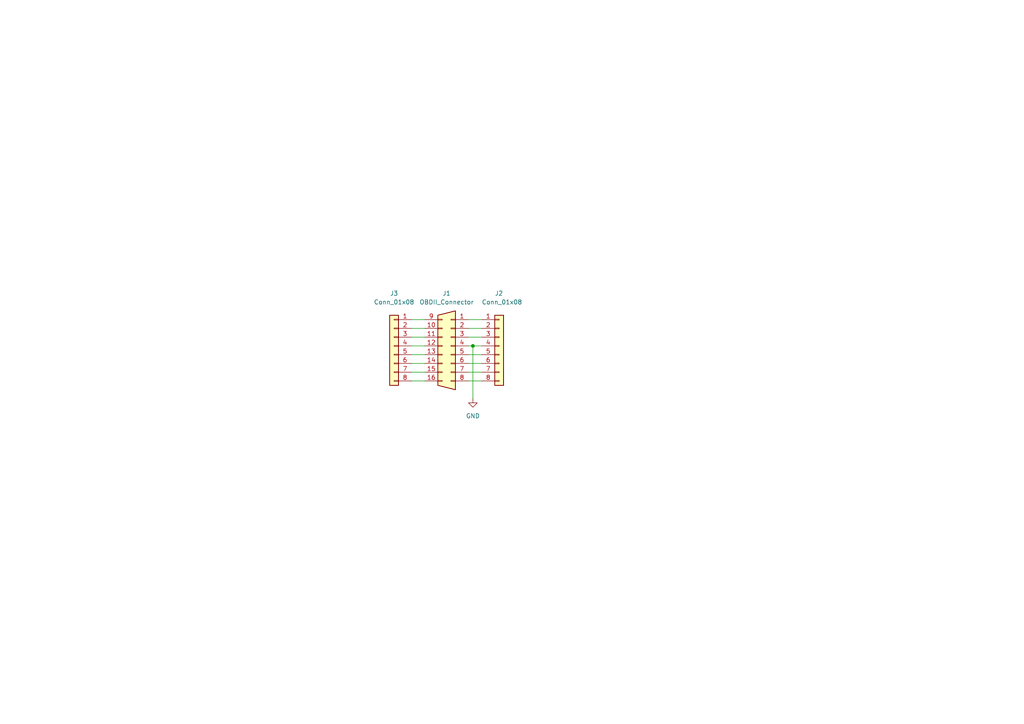
<source format=kicad_sch>
(kicad_sch (version 20211123) (generator eeschema)

  (uuid c9c3aef0-ed62-494f-9afd-031468bff236)

  (paper "A4")

  (lib_symbols
    (symbol "Connector_Generic:Conn_01x08" (pin_names (offset 1.016) hide) (in_bom yes) (on_board yes)
      (property "Reference" "J" (id 0) (at 0 10.16 0)
        (effects (font (size 1.27 1.27)))
      )
      (property "Value" "Conn_01x08" (id 1) (at 0 -12.7 0)
        (effects (font (size 1.27 1.27)))
      )
      (property "Footprint" "" (id 2) (at 0 0 0)
        (effects (font (size 1.27 1.27)) hide)
      )
      (property "Datasheet" "~" (id 3) (at 0 0 0)
        (effects (font (size 1.27 1.27)) hide)
      )
      (property "ki_keywords" "connector" (id 4) (at 0 0 0)
        (effects (font (size 1.27 1.27)) hide)
      )
      (property "ki_description" "Generic connector, single row, 01x08, script generated (kicad-library-utils/schlib/autogen/connector/)" (id 5) (at 0 0 0)
        (effects (font (size 1.27 1.27)) hide)
      )
      (property "ki_fp_filters" "Connector*:*_1x??_*" (id 6) (at 0 0 0)
        (effects (font (size 1.27 1.27)) hide)
      )
      (symbol "Conn_01x08_1_1"
        (rectangle (start -1.27 -10.033) (end 0 -10.287)
          (stroke (width 0.1524) (type default) (color 0 0 0 0))
          (fill (type none))
        )
        (rectangle (start -1.27 -7.493) (end 0 -7.747)
          (stroke (width 0.1524) (type default) (color 0 0 0 0))
          (fill (type none))
        )
        (rectangle (start -1.27 -4.953) (end 0 -5.207)
          (stroke (width 0.1524) (type default) (color 0 0 0 0))
          (fill (type none))
        )
        (rectangle (start -1.27 -2.413) (end 0 -2.667)
          (stroke (width 0.1524) (type default) (color 0 0 0 0))
          (fill (type none))
        )
        (rectangle (start -1.27 0.127) (end 0 -0.127)
          (stroke (width 0.1524) (type default) (color 0 0 0 0))
          (fill (type none))
        )
        (rectangle (start -1.27 2.667) (end 0 2.413)
          (stroke (width 0.1524) (type default) (color 0 0 0 0))
          (fill (type none))
        )
        (rectangle (start -1.27 5.207) (end 0 4.953)
          (stroke (width 0.1524) (type default) (color 0 0 0 0))
          (fill (type none))
        )
        (rectangle (start -1.27 7.747) (end 0 7.493)
          (stroke (width 0.1524) (type default) (color 0 0 0 0))
          (fill (type none))
        )
        (rectangle (start -1.27 8.89) (end 1.27 -11.43)
          (stroke (width 0.254) (type default) (color 0 0 0 0))
          (fill (type background))
        )
        (pin passive line (at -5.08 7.62 0) (length 3.81)
          (name "Pin_1" (effects (font (size 1.27 1.27))))
          (number "1" (effects (font (size 1.27 1.27))))
        )
        (pin passive line (at -5.08 5.08 0) (length 3.81)
          (name "Pin_2" (effects (font (size 1.27 1.27))))
          (number "2" (effects (font (size 1.27 1.27))))
        )
        (pin passive line (at -5.08 2.54 0) (length 3.81)
          (name "Pin_3" (effects (font (size 1.27 1.27))))
          (number "3" (effects (font (size 1.27 1.27))))
        )
        (pin passive line (at -5.08 0 0) (length 3.81)
          (name "Pin_4" (effects (font (size 1.27 1.27))))
          (number "4" (effects (font (size 1.27 1.27))))
        )
        (pin passive line (at -5.08 -2.54 0) (length 3.81)
          (name "Pin_5" (effects (font (size 1.27 1.27))))
          (number "5" (effects (font (size 1.27 1.27))))
        )
        (pin passive line (at -5.08 -5.08 0) (length 3.81)
          (name "Pin_6" (effects (font (size 1.27 1.27))))
          (number "6" (effects (font (size 1.27 1.27))))
        )
        (pin passive line (at -5.08 -7.62 0) (length 3.81)
          (name "Pin_7" (effects (font (size 1.27 1.27))))
          (number "7" (effects (font (size 1.27 1.27))))
        )
        (pin passive line (at -5.08 -10.16 0) (length 3.81)
          (name "Pin_8" (effects (font (size 1.27 1.27))))
          (number "8" (effects (font (size 1.27 1.27))))
        )
      )
    )
    (symbol "Connector_Generic:Conn_02x08_Counter_Clockwise" (pin_names (offset 1.016) hide) (in_bom yes) (on_board yes)
      (property "Reference" "J1" (id 0) (at -0.0001 10.16 90)
        (effects (font (size 1.27 1.27)) (justify left))
      )
      (property "Value" "OBDII_Connector" (id 1) (at 2.5399 10.16 90)
        (effects (font (size 1.27 1.27)) (justify left))
      )
      (property "Footprint" "" (id 2) (at 0 0 0)
        (effects (font (size 1.27 1.27)) hide)
      )
      (property "Datasheet" "~" (id 3) (at 0 0 0)
        (effects (font (size 1.27 1.27)) hide)
      )
      (property "ki_keywords" "connector" (id 4) (at 0 0 0)
        (effects (font (size 1.27 1.27)) hide)
      )
      (property "ki_description" "Generic connector, double row, 02x08, counter clockwise pin numbering scheme (similar to DIP package numbering), script generated (kicad-library-utils/schlib/autogen/connector/)" (id 5) (at 0 0 0)
        (effects (font (size 1.27 1.27)) hide)
      )
      (property "ki_fp_filters" "Connector*:*_2x??_*" (id 6) (at 0 0 0)
        (effects (font (size 1.27 1.27)) hide)
      )
      (symbol "Conn_02x08_Counter_Clockwise_0_1"
        (polyline
          (pts
            (xy 3.81 8.89)
            (xy 3.81 -11.43)
            (xy -1.27 -12.7)
            (xy -1.27 10.16)
            (xy 3.81 8.89)
          )
          (stroke (width 0.254) (type default) (color 0 0 0 0))
          (fill (type background))
        )
      )
      (symbol "Conn_02x08_Counter_Clockwise_1_1"
        (rectangle (start -1.27 -10.033) (end 0 -10.287)
          (stroke (width 0.1524) (type default) (color 0 0 0 0))
          (fill (type none))
        )
        (rectangle (start -1.27 -7.493) (end 0 -7.747)
          (stroke (width 0.1524) (type default) (color 0 0 0 0))
          (fill (type none))
        )
        (rectangle (start -1.27 -4.953) (end 0 -5.207)
          (stroke (width 0.1524) (type default) (color 0 0 0 0))
          (fill (type none))
        )
        (rectangle (start -1.27 -2.413) (end 0 -2.667)
          (stroke (width 0.1524) (type default) (color 0 0 0 0))
          (fill (type none))
        )
        (rectangle (start -1.27 0.127) (end 0 -0.127)
          (stroke (width 0.1524) (type default) (color 0 0 0 0))
          (fill (type none))
        )
        (rectangle (start -1.27 2.667) (end 0 2.413)
          (stroke (width 0.1524) (type default) (color 0 0 0 0))
          (fill (type none))
        )
        (rectangle (start -1.27 5.207) (end 0 4.953)
          (stroke (width 0.1524) (type default) (color 0 0 0 0))
          (fill (type none))
        )
        (rectangle (start -1.27 7.747) (end 0 7.493)
          (stroke (width 0.1524) (type default) (color 0 0 0 0))
          (fill (type none))
        )
        (rectangle (start 3.81 -10.033) (end 2.54 -10.287)
          (stroke (width 0.1524) (type default) (color 0 0 0 0))
          (fill (type none))
        )
        (rectangle (start 3.81 -7.493) (end 2.54 -7.747)
          (stroke (width 0.1524) (type default) (color 0 0 0 0))
          (fill (type none))
        )
        (rectangle (start 3.81 -4.953) (end 2.54 -5.207)
          (stroke (width 0.1524) (type default) (color 0 0 0 0))
          (fill (type none))
        )
        (rectangle (start 3.81 -2.413) (end 2.54 -2.667)
          (stroke (width 0.1524) (type default) (color 0 0 0 0))
          (fill (type none))
        )
        (rectangle (start 3.81 0.127) (end 2.54 -0.127)
          (stroke (width 0.1524) (type default) (color 0 0 0 0))
          (fill (type none))
        )
        (rectangle (start 3.81 2.667) (end 2.54 2.413)
          (stroke (width 0.1524) (type default) (color 0 0 0 0))
          (fill (type none))
        )
        (rectangle (start 3.81 5.207) (end 2.54 4.953)
          (stroke (width 0.1524) (type default) (color 0 0 0 0))
          (fill (type none))
        )
        (rectangle (start 3.81 7.747) (end 2.54 7.493)
          (stroke (width 0.1524) (type default) (color 0 0 0 0))
          (fill (type none))
        )
        (pin passive line (at -5.08 7.62 0) (length 3.81)
          (name "Pin_1" (effects (font (size 1.27 1.27))))
          (number "1" (effects (font (size 1.27 1.27))))
        )
        (pin passive line (at 7.62 5.08 180) (length 3.81)
          (name "Pin_10" (effects (font (size 1.27 1.27))))
          (number "10" (effects (font (size 1.27 1.27))))
        )
        (pin passive line (at 7.62 2.54 180) (length 3.81)
          (name "Pin_11" (effects (font (size 1.27 1.27))))
          (number "11" (effects (font (size 1.27 1.27))))
        )
        (pin passive line (at 7.62 0 180) (length 3.81)
          (name "Pin_12" (effects (font (size 1.27 1.27))))
          (number "12" (effects (font (size 1.27 1.27))))
        )
        (pin passive line (at 7.62 -2.54 180) (length 3.81)
          (name "Pin_13" (effects (font (size 1.27 1.27))))
          (number "13" (effects (font (size 1.27 1.27))))
        )
        (pin passive line (at 7.62 -5.08 180) (length 3.81)
          (name "Pin_14" (effects (font (size 1.27 1.27))))
          (number "14" (effects (font (size 1.27 1.27))))
        )
        (pin passive line (at 7.62 -7.62 180) (length 3.81)
          (name "Pin_15" (effects (font (size 1.27 1.27))))
          (number "15" (effects (font (size 1.27 1.27))))
        )
        (pin passive line (at 7.62 -10.16 180) (length 3.81)
          (name "Pin_16" (effects (font (size 1.27 1.27))))
          (number "16" (effects (font (size 1.27 1.27))))
        )
        (pin passive line (at -5.08 5.08 0) (length 3.81)
          (name "Pin_2" (effects (font (size 1.27 1.27))))
          (number "2" (effects (font (size 1.27 1.27))))
        )
        (pin passive line (at -5.08 2.54 0) (length 3.81)
          (name "Pin_3" (effects (font (size 1.27 1.27))))
          (number "3" (effects (font (size 1.27 1.27))))
        )
        (pin passive line (at -5.08 0 0) (length 3.81)
          (name "Pin_4" (effects (font (size 1.27 1.27))))
          (number "4" (effects (font (size 1.27 1.27))))
        )
        (pin passive line (at -5.08 -2.54 0) (length 3.81)
          (name "Pin_5" (effects (font (size 1.27 1.27))))
          (number "5" (effects (font (size 1.27 1.27))))
        )
        (pin passive line (at -5.08 -5.08 0) (length 3.81)
          (name "Pin_6" (effects (font (size 1.27 1.27))))
          (number "6" (effects (font (size 1.27 1.27))))
        )
        (pin passive line (at -5.08 -7.62 0) (length 3.81)
          (name "Pin_7" (effects (font (size 1.27 1.27))))
          (number "7" (effects (font (size 1.27 1.27))))
        )
        (pin passive line (at -5.08 -10.16 0) (length 3.81)
          (name "Pin_8" (effects (font (size 1.27 1.27))))
          (number "8" (effects (font (size 1.27 1.27))))
        )
        (pin passive line (at 7.62 7.62 180) (length 3.81)
          (name "Pin_9" (effects (font (size 1.27 1.27))))
          (number "9" (effects (font (size 1.27 1.27))))
        )
      )
    )
    (symbol "power:GND" (power) (pin_names (offset 0)) (in_bom yes) (on_board yes)
      (property "Reference" "#PWR" (id 0) (at 0 -6.35 0)
        (effects (font (size 1.27 1.27)) hide)
      )
      (property "Value" "GND" (id 1) (at 0 -3.81 0)
        (effects (font (size 1.27 1.27)))
      )
      (property "Footprint" "" (id 2) (at 0 0 0)
        (effects (font (size 1.27 1.27)) hide)
      )
      (property "Datasheet" "" (id 3) (at 0 0 0)
        (effects (font (size 1.27 1.27)) hide)
      )
      (property "ki_keywords" "global power" (id 4) (at 0 0 0)
        (effects (font (size 1.27 1.27)) hide)
      )
      (property "ki_description" "Power symbol creates a global label with name \"GND\" , ground" (id 5) (at 0 0 0)
        (effects (font (size 1.27 1.27)) hide)
      )
      (symbol "GND_0_1"
        (polyline
          (pts
            (xy 0 0)
            (xy 0 -1.27)
            (xy 1.27 -1.27)
            (xy 0 -2.54)
            (xy -1.27 -1.27)
            (xy 0 -1.27)
          )
          (stroke (width 0) (type default) (color 0 0 0 0))
          (fill (type none))
        )
      )
      (symbol "GND_1_1"
        (pin power_in line (at 0 0 270) (length 0) hide
          (name "GND" (effects (font (size 1.27 1.27))))
          (number "1" (effects (font (size 1.27 1.27))))
        )
      )
    )
  )

  (junction (at 137.16 100.33) (diameter 0) (color 0 0 0 0)
    (uuid 695b415d-94b8-4913-83f5-d5e4c2de677e)
  )

  (wire (pts (xy 119.38 102.87) (xy 123.19 102.87))
    (stroke (width 0) (type default) (color 0 0 0 0))
    (uuid 054db871-73d7-444b-a497-0a8ba3f2fb54)
  )
  (wire (pts (xy 135.89 92.71) (xy 139.7 92.71))
    (stroke (width 0) (type default) (color 0 0 0 0))
    (uuid 39552bf2-d22a-4344-ab96-7169b3b45a93)
  )
  (wire (pts (xy 135.89 100.33) (xy 137.16 100.33))
    (stroke (width 0) (type default) (color 0 0 0 0))
    (uuid 39b052f9-3eed-4cb1-96a0-b1f12fb695a6)
  )
  (wire (pts (xy 135.89 110.49) (xy 139.7 110.49))
    (stroke (width 0) (type default) (color 0 0 0 0))
    (uuid 54f21ca5-c948-4e71-9dc4-a587ac7e777f)
  )
  (wire (pts (xy 119.38 92.71) (xy 123.19 92.71))
    (stroke (width 0) (type default) (color 0 0 0 0))
    (uuid 58265aea-b024-4a4f-95c4-54a8cf4fb4de)
  )
  (wire (pts (xy 119.38 105.41) (xy 123.19 105.41))
    (stroke (width 0) (type default) (color 0 0 0 0))
    (uuid 5c125740-d7e7-4d6f-9606-76720c6d3e7d)
  )
  (wire (pts (xy 119.38 107.95) (xy 123.19 107.95))
    (stroke (width 0) (type default) (color 0 0 0 0))
    (uuid 75350905-55d4-45bf-92a5-e82350cff27a)
  )
  (wire (pts (xy 135.89 97.79) (xy 139.7 97.79))
    (stroke (width 0) (type default) (color 0 0 0 0))
    (uuid 804e2c78-8084-48f3-ad16-7d1bb8e73d14)
  )
  (wire (pts (xy 137.16 115.57) (xy 137.16 100.33))
    (stroke (width 0) (type default) (color 0 0 0 0))
    (uuid 8854c360-37fb-4a49-ad31-d55dae511110)
  )
  (wire (pts (xy 135.89 105.41) (xy 139.7 105.41))
    (stroke (width 0) (type default) (color 0 0 0 0))
    (uuid 94f9c598-7cd7-4d93-bad2-7291c1915323)
  )
  (wire (pts (xy 135.89 102.87) (xy 139.7 102.87))
    (stroke (width 0) (type default) (color 0 0 0 0))
    (uuid 999d5383-01b9-4ee8-9e7c-bb0a078919f9)
  )
  (wire (pts (xy 135.89 107.95) (xy 139.7 107.95))
    (stroke (width 0) (type default) (color 0 0 0 0))
    (uuid ad82475d-dbb4-4a3c-9c57-9bfc5ff7eab1)
  )
  (wire (pts (xy 137.16 100.33) (xy 139.7 100.33))
    (stroke (width 0) (type default) (color 0 0 0 0))
    (uuid b31d0bfa-fb8b-4cc1-a491-c69d4dee5351)
  )
  (wire (pts (xy 119.38 110.49) (xy 123.19 110.49))
    (stroke (width 0) (type default) (color 0 0 0 0))
    (uuid b600cf77-dc9a-4040-b105-8064d10e7461)
  )
  (wire (pts (xy 135.89 95.25) (xy 139.7 95.25))
    (stroke (width 0) (type default) (color 0 0 0 0))
    (uuid c8e08c69-c562-478b-b220-389644cce4bb)
  )
  (wire (pts (xy 119.38 97.79) (xy 123.19 97.79))
    (stroke (width 0) (type default) (color 0 0 0 0))
    (uuid cb547158-2a10-4512-a4a3-97d2c876cfb1)
  )
  (wire (pts (xy 119.38 95.25) (xy 123.19 95.25))
    (stroke (width 0) (type default) (color 0 0 0 0))
    (uuid d780f6e5-602a-419f-b752-9b5c0504b02c)
  )
  (wire (pts (xy 119.38 100.33) (xy 123.19 100.33))
    (stroke (width 0) (type default) (color 0 0 0 0))
    (uuid f79e35ce-3af9-4a47-a05e-f7ad0610a97d)
  )

  (symbol (lib_id "Connector_Generic:Conn_01x08") (at 114.3 100.33 0) (mirror y) (unit 1)
    (in_bom yes) (on_board yes)
    (uuid 96ebe469-ecaf-47b2-8642-563f6d10d423)
    (property "Reference" "J3" (id 0) (at 114.3 85.09 0))
    (property "Value" "Conn_01x08" (id 1) (at 114.3 87.63 0))
    (property "Footprint" "Connector_PinHeader_2.54mm:PinHeader_1x08_P2.54mm_Vertical" (id 2) (at 114.3 100.33 0)
      (effects (font (size 1.27 1.27)) hide)
    )
    (property "Datasheet" "~" (id 3) (at 114.3 100.33 0)
      (effects (font (size 1.27 1.27)) hide)
    )
    (pin "1" (uuid 713ff79a-8201-4a81-9c71-c408cb1e5ac5))
    (pin "2" (uuid d40b6fdb-6d7b-422a-9eaf-4609df2674ca))
    (pin "3" (uuid f4fe2c5d-640a-4e06-b4eb-e85257804a97))
    (pin "4" (uuid c1fff045-dc02-4cce-8639-687c2c89409f))
    (pin "5" (uuid 1b79813c-5b35-490e-a8f5-f1087bf36c40))
    (pin "6" (uuid 2ddade63-d377-4805-9236-770466880407))
    (pin "7" (uuid f71627c8-2964-42dc-98a2-4d91c1ad55b2))
    (pin "8" (uuid e1423f0f-0d87-4299-8e35-b61116d39a26))
  )

  (symbol (lib_id "Connector_Generic:Conn_01x08") (at 144.78 100.33 0) (unit 1)
    (in_bom yes) (on_board yes)
    (uuid bb780670-114a-4ff0-a1ff-624121475e81)
    (property "Reference" "J2" (id 0) (at 143.51 85.09 0)
      (effects (font (size 1.27 1.27)) (justify left))
    )
    (property "Value" "Conn_01x08" (id 1) (at 139.7 87.63 0)
      (effects (font (size 1.27 1.27)) (justify left))
    )
    (property "Footprint" "Connector_PinHeader_2.54mm:PinHeader_1x08_P2.54mm_Vertical" (id 2) (at 144.78 100.33 0)
      (effects (font (size 1.27 1.27)) hide)
    )
    (property "Datasheet" "~" (id 3) (at 144.78 100.33 0)
      (effects (font (size 1.27 1.27)) hide)
    )
    (pin "1" (uuid 67ef79da-2828-4d21-be2a-c1c4e2656bf2))
    (pin "2" (uuid 16762925-155c-42f9-ba42-1fb30631e167))
    (pin "3" (uuid d0d62b9c-03e0-49fa-9165-c35921d86285))
    (pin "4" (uuid 10356119-6a69-449d-bd76-c354b9e9c6e7))
    (pin "5" (uuid 933f6528-bd9f-43a8-9929-495c0fafc58b))
    (pin "6" (uuid 9de56534-2327-4e06-a1d1-5b73243bb427))
    (pin "7" (uuid d7b8c4f4-2f9b-4195-a889-ead90ac4e19b))
    (pin "8" (uuid 424b6264-4550-45dd-97a9-99185e37b9b9))
  )

  (symbol (lib_id "power:GND") (at 137.16 115.57 0) (unit 1)
    (in_bom yes) (on_board yes) (fields_autoplaced)
    (uuid d96d9b94-bf0f-497e-a566-a072ee27ed4b)
    (property "Reference" "#PWR0101" (id 0) (at 137.16 121.92 0)
      (effects (font (size 1.27 1.27)) hide)
    )
    (property "Value" "GND" (id 1) (at 137.16 120.65 0))
    (property "Footprint" "" (id 2) (at 137.16 115.57 0)
      (effects (font (size 1.27 1.27)) hide)
    )
    (property "Datasheet" "" (id 3) (at 137.16 115.57 0)
      (effects (font (size 1.27 1.27)) hide)
    )
    (pin "1" (uuid 2dbf76c5-4df1-48ab-90a0-85f505286a76))
  )

  (symbol (lib_id "Connector_Generic:Conn_02x08_Counter_Clockwise") (at 130.81 100.33 0) (mirror y) (unit 1)
    (in_bom yes) (on_board yes)
    (uuid e3746c4b-6053-42e0-817f-5c39c0d34eea)
    (property "Reference" "J1" (id 0) (at 129.54 85.09 0))
    (property "Value" "OBDII_Connector" (id 1) (at 129.54 87.63 0))
    (property "Footprint" "Library:OBDII_Female" (id 2) (at 130.81 100.33 0)
      (effects (font (size 1.27 1.27)) hide)
    )
    (property "Datasheet" "~" (id 3) (at 130.81 100.33 0)
      (effects (font (size 1.27 1.27)) hide)
    )
    (pin "1" (uuid f5030067-f659-4082-b898-9edccd5b251f))
    (pin "10" (uuid f56ae88a-5351-4ae2-8daf-8233550860ea))
    (pin "11" (uuid e8f47bc6-d8c6-4a3d-843c-44ba63c5fb7f))
    (pin "12" (uuid 243fb875-7bef-4a21-82fa-e796d93a53da))
    (pin "13" (uuid 8c6d8581-a717-4a42-81e8-388546224cf0))
    (pin "14" (uuid a21270d6-9fad-49b3-849f-65f9a3e79117))
    (pin "15" (uuid 5667dce1-354c-40da-bfd7-16e5f5f3f789))
    (pin "16" (uuid a560699a-9c8f-436e-bba1-2a904d930ee7))
    (pin "2" (uuid a87e1e0f-d114-46a3-84cc-5efcc99ba812))
    (pin "3" (uuid be4d88d9-5bd2-41bc-970d-bb5b8d44726d))
    (pin "4" (uuid 8def3073-0798-4b41-9534-1d597596eb0d))
    (pin "5" (uuid 958ee262-61fb-4aca-a524-e49afcebf145))
    (pin "6" (uuid 23991848-384d-4c56-8d31-d41ed717210d))
    (pin "7" (uuid 11c642d7-6f82-4ef7-a5fb-399932a1bc6a))
    (pin "8" (uuid 7c7dbb1d-deea-418e-b588-bad69b1ecb51))
    (pin "9" (uuid d6c35856-ad2b-4bc5-9b12-09b69ab167f3))
  )

  (sheet_instances
    (path "/" (page "1"))
  )

  (symbol_instances
    (path "/d96d9b94-bf0f-497e-a566-a072ee27ed4b"
      (reference "#PWR0101") (unit 1) (value "GND") (footprint "")
    )
    (path "/e3746c4b-6053-42e0-817f-5c39c0d34eea"
      (reference "J1") (unit 1) (value "OBDII_Connector") (footprint "Library:OBDII_Female")
    )
    (path "/bb780670-114a-4ff0-a1ff-624121475e81"
      (reference "J2") (unit 1) (value "Conn_01x08") (footprint "Connector_PinHeader_2.54mm:PinHeader_1x08_P2.54mm_Vertical")
    )
    (path "/96ebe469-ecaf-47b2-8642-563f6d10d423"
      (reference "J3") (unit 1) (value "Conn_01x08") (footprint "Connector_PinHeader_2.54mm:PinHeader_1x08_P2.54mm_Vertical")
    )
  )
)

</source>
